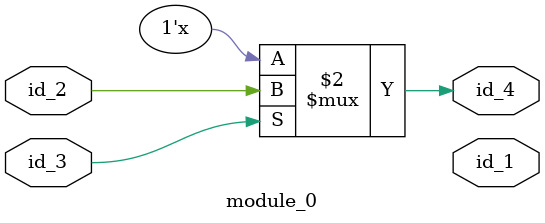
<source format=v>
`timescale 1 ps / 1ps
module module_0 (
    id_1,
    id_2,
    id_3,
    id_4
);
  output id_4;
  inout id_3;
  inout id_2;
  output id_1;
  initial begin
    if (id_3) begin
      id_4 <= id_2;
    end
  end
endmodule

</source>
